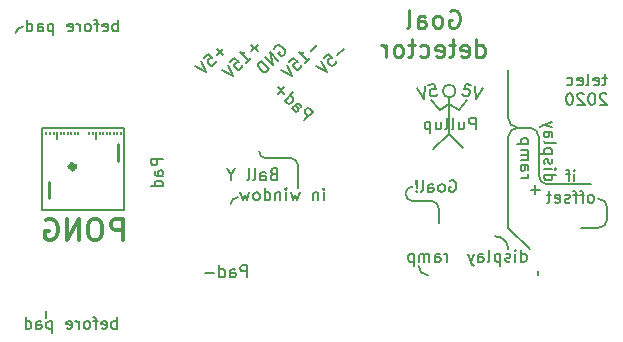
<source format=gbr>
G04 #@! TF.GenerationSoftware,KiCad,Pcbnew,(5.1.5)-3*
G04 #@! TF.CreationDate,2020-04-19T22:50:58+02:00*
G04 #@! TF.ProjectId,goal_detector,676f616c-5f64-4657-9465-63746f722e6b,rev?*
G04 #@! TF.SameCoordinates,PX101dfa0PY12b1280*
G04 #@! TF.FileFunction,Legend,Bot*
G04 #@! TF.FilePolarity,Positive*
%FSLAX46Y46*%
G04 Gerber Fmt 4.6, Leading zero omitted, Abs format (unit mm)*
G04 Created by KiCad (PCBNEW (5.1.5)-3) date 2020-04-19 22:50:58*
%MOMM*%
%LPD*%
G04 APERTURE LIST*
%ADD10C,0.150000*%
%ADD11C,0.250000*%
%ADD12C,0.500000*%
%ADD13C,0.350000*%
G04 APERTURE END LIST*
D10*
X37400000Y-8600000D02*
X36700000Y-7800000D01*
X38200000Y-8100000D02*
X37400000Y-8600000D01*
X39000000Y-8600000D02*
X39700000Y-7800000D01*
X38200000Y-8100000D02*
X39000000Y-8600000D01*
X38200000Y-10600000D02*
X39400000Y-11800000D01*
X38200000Y-10600000D02*
X36800000Y-11900000D01*
X38200000Y-7600000D02*
X38200000Y-10600000D01*
X38738516Y-7000000D02*
G75*
G03X38738516Y-7000000I-538516J0D01*
G01*
X40057748Y-6521741D02*
X39597783Y-6398494D01*
X39428540Y-6846134D01*
X39486861Y-6812462D01*
X39591178Y-6791115D01*
X39821161Y-6852739D01*
X39900829Y-6923385D01*
X39934501Y-6981706D01*
X39955848Y-7086024D01*
X39894224Y-7316006D01*
X39823578Y-7395674D01*
X39765257Y-7429346D01*
X39660939Y-7450693D01*
X39430957Y-7389069D01*
X39351289Y-7318423D01*
X39317617Y-7260102D01*
X40379723Y-6608014D02*
X40442879Y-7660213D01*
X41023674Y-6780560D01*
X40442857Y-10252380D02*
X40442857Y-9252380D01*
X40061904Y-9252380D01*
X39966666Y-9300000D01*
X39919047Y-9347619D01*
X39871428Y-9442857D01*
X39871428Y-9585714D01*
X39919047Y-9680952D01*
X39966666Y-9728571D01*
X40061904Y-9776190D01*
X40442857Y-9776190D01*
X39014285Y-9585714D02*
X39014285Y-10252380D01*
X39442857Y-9585714D02*
X39442857Y-10109523D01*
X39395238Y-10204761D01*
X39300000Y-10252380D01*
X39157142Y-10252380D01*
X39061904Y-10204761D01*
X39014285Y-10157142D01*
X38395238Y-10252380D02*
X38490476Y-10204761D01*
X38538095Y-10109523D01*
X38538095Y-9252380D01*
X37871428Y-10252380D02*
X37966666Y-10204761D01*
X38014285Y-10109523D01*
X38014285Y-9252380D01*
X37061904Y-9585714D02*
X37061904Y-10252380D01*
X37490476Y-9585714D02*
X37490476Y-10109523D01*
X37442857Y-10204761D01*
X37347619Y-10252380D01*
X37204761Y-10252380D01*
X37109523Y-10204761D01*
X37061904Y-10157142D01*
X36585714Y-9585714D02*
X36585714Y-10585714D01*
X36585714Y-9633333D02*
X36490476Y-9585714D01*
X36300000Y-9585714D01*
X36204761Y-9633333D01*
X36157142Y-9680952D01*
X36109523Y-9776190D01*
X36109523Y-10061904D01*
X36157142Y-10157142D01*
X36204761Y-10204761D01*
X36300000Y-10252380D01*
X36490476Y-10252380D01*
X36585714Y-10204761D01*
X48785714Y-14652380D02*
X48785714Y-13985714D01*
X48785714Y-13652380D02*
X48833333Y-13700000D01*
X48785714Y-13747619D01*
X48738095Y-13700000D01*
X48785714Y-13652380D01*
X48785714Y-13747619D01*
X48452380Y-13985714D02*
X48071428Y-13985714D01*
X48309523Y-14652380D02*
X48309523Y-13795238D01*
X48261904Y-13700000D01*
X48166666Y-13652380D01*
X48071428Y-13652380D01*
X45700000Y-22200000D02*
X45700000Y-22600000D01*
X43200000Y-18600000D02*
X45000000Y-20400000D01*
X43200000Y-10900000D02*
X43200000Y-18600000D01*
X43200000Y-9300000D02*
X43200000Y-5200000D01*
X44000000Y-10100000D02*
X45000000Y-10100000D01*
X44000000Y-10100000D02*
G75*
G03X43200000Y-10900000I0J-800000D01*
G01*
X44000000Y-10100000D02*
G75*
G02X43200000Y-9300000I0J800000D01*
G01*
X45000000Y-10100000D02*
G75*
G02X45800000Y-10900000I0J-800000D01*
G01*
X46247619Y-14076190D02*
X47247619Y-14076190D01*
X46295238Y-14076190D02*
X46247619Y-14171428D01*
X46247619Y-14361904D01*
X46295238Y-14457142D01*
X46342857Y-14504761D01*
X46438095Y-14552380D01*
X46723809Y-14552380D01*
X46819047Y-14504761D01*
X46866666Y-14457142D01*
X46914285Y-14361904D01*
X46914285Y-14171428D01*
X46866666Y-14076190D01*
X46247619Y-13600000D02*
X46914285Y-13600000D01*
X47247619Y-13600000D02*
X47200000Y-13647619D01*
X47152380Y-13600000D01*
X47200000Y-13552380D01*
X47247619Y-13600000D01*
X47152380Y-13600000D01*
X46295238Y-13171428D02*
X46247619Y-13076190D01*
X46247619Y-12885714D01*
X46295238Y-12790476D01*
X46390476Y-12742857D01*
X46438095Y-12742857D01*
X46533333Y-12790476D01*
X46580952Y-12885714D01*
X46580952Y-13028571D01*
X46628571Y-13123809D01*
X46723809Y-13171428D01*
X46771428Y-13171428D01*
X46866666Y-13123809D01*
X46914285Y-13028571D01*
X46914285Y-12885714D01*
X46866666Y-12790476D01*
X46914285Y-12314285D02*
X45914285Y-12314285D01*
X46866666Y-12314285D02*
X46914285Y-12219047D01*
X46914285Y-12028571D01*
X46866666Y-11933333D01*
X46819047Y-11885714D01*
X46723809Y-11838095D01*
X46438095Y-11838095D01*
X46342857Y-11885714D01*
X46295238Y-11933333D01*
X46247619Y-12028571D01*
X46247619Y-12219047D01*
X46295238Y-12314285D01*
X46247619Y-11266666D02*
X46295238Y-11361904D01*
X46390476Y-11409523D01*
X47247619Y-11409523D01*
X46247619Y-10457142D02*
X46771428Y-10457142D01*
X46866666Y-10504761D01*
X46914285Y-10600000D01*
X46914285Y-10790476D01*
X46866666Y-10885714D01*
X46295238Y-10457142D02*
X46247619Y-10552380D01*
X46247619Y-10790476D01*
X46295238Y-10885714D01*
X46390476Y-10933333D01*
X46485714Y-10933333D01*
X46580952Y-10885714D01*
X46628571Y-10790476D01*
X46628571Y-10552380D01*
X46676190Y-10457142D01*
X46914285Y-10076190D02*
X46247619Y-9838095D01*
X46914285Y-9600000D02*
X46247619Y-9838095D01*
X46009523Y-9933333D01*
X45961904Y-9980952D01*
X45914285Y-10076190D01*
X45800000Y-14200000D02*
X45800000Y-10900000D01*
X46500000Y-14900000D02*
X50200000Y-14900000D01*
X46500000Y-14900000D02*
G75*
G02X45800000Y-14200000I0J700000D01*
G01*
X50800000Y-18600000D02*
X49400000Y-18600000D01*
X51600000Y-16900000D02*
X51600000Y-17800000D01*
X51600000Y-17800000D02*
G75*
G02X50800000Y-18600000I-800000J0D01*
G01*
X50800000Y-16100000D02*
G75*
G02X51600000Y-16900000I0J-800000D01*
G01*
X44247619Y-14342857D02*
X44914285Y-14342857D01*
X44723809Y-14342857D02*
X44819047Y-14295238D01*
X44866666Y-14247619D01*
X44914285Y-14152380D01*
X44914285Y-14057142D01*
X44247619Y-13295238D02*
X44771428Y-13295238D01*
X44866666Y-13342857D01*
X44914285Y-13438095D01*
X44914285Y-13628571D01*
X44866666Y-13723809D01*
X44295238Y-13295238D02*
X44247619Y-13390476D01*
X44247619Y-13628571D01*
X44295238Y-13723809D01*
X44390476Y-13771428D01*
X44485714Y-13771428D01*
X44580952Y-13723809D01*
X44628571Y-13628571D01*
X44628571Y-13390476D01*
X44676190Y-13295238D01*
X44247619Y-12819047D02*
X44914285Y-12819047D01*
X44819047Y-12819047D02*
X44866666Y-12771428D01*
X44914285Y-12676190D01*
X44914285Y-12533333D01*
X44866666Y-12438095D01*
X44771428Y-12390476D01*
X44247619Y-12390476D01*
X44771428Y-12390476D02*
X44866666Y-12342857D01*
X44914285Y-12247619D01*
X44914285Y-12104761D01*
X44866666Y-12009523D01*
X44771428Y-11961904D01*
X44247619Y-11961904D01*
X44914285Y-11485714D02*
X43914285Y-11485714D01*
X44866666Y-11485714D02*
X44914285Y-11390476D01*
X44914285Y-11200000D01*
X44866666Y-11104761D01*
X44819047Y-11057142D01*
X44723809Y-11009523D01*
X44438095Y-11009523D01*
X44342857Y-11057142D01*
X44295238Y-11104761D01*
X44247619Y-11200000D01*
X44247619Y-11390476D01*
X44295238Y-11485714D01*
X45880952Y-15371428D02*
X45119047Y-15371428D01*
X45500000Y-15752380D02*
X45500000Y-14990476D01*
X50261904Y-16452380D02*
X50357142Y-16404761D01*
X50404761Y-16357142D01*
X50452380Y-16261904D01*
X50452380Y-15976190D01*
X50404761Y-15880952D01*
X50357142Y-15833333D01*
X50261904Y-15785714D01*
X50119047Y-15785714D01*
X50023809Y-15833333D01*
X49976190Y-15880952D01*
X49928571Y-15976190D01*
X49928571Y-16261904D01*
X49976190Y-16357142D01*
X50023809Y-16404761D01*
X50119047Y-16452380D01*
X50261904Y-16452380D01*
X49642857Y-15785714D02*
X49261904Y-15785714D01*
X49500000Y-16452380D02*
X49500000Y-15595238D01*
X49452380Y-15500000D01*
X49357142Y-15452380D01*
X49261904Y-15452380D01*
X49071428Y-15785714D02*
X48690476Y-15785714D01*
X48928571Y-16452380D02*
X48928571Y-15595238D01*
X48880952Y-15500000D01*
X48785714Y-15452380D01*
X48690476Y-15452380D01*
X48404761Y-16404761D02*
X48309523Y-16452380D01*
X48119047Y-16452380D01*
X48023809Y-16404761D01*
X47976190Y-16309523D01*
X47976190Y-16261904D01*
X48023809Y-16166666D01*
X48119047Y-16119047D01*
X48261904Y-16119047D01*
X48357142Y-16071428D01*
X48404761Y-15976190D01*
X48404761Y-15928571D01*
X48357142Y-15833333D01*
X48261904Y-15785714D01*
X48119047Y-15785714D01*
X48023809Y-15833333D01*
X47166666Y-16404761D02*
X47261904Y-16452380D01*
X47452380Y-16452380D01*
X47547619Y-16404761D01*
X47595238Y-16309523D01*
X47595238Y-15928571D01*
X47547619Y-15833333D01*
X47452380Y-15785714D01*
X47261904Y-15785714D01*
X47166666Y-15833333D01*
X47119047Y-15928571D01*
X47119047Y-16023809D01*
X47595238Y-16119047D01*
X46833333Y-15785714D02*
X46452380Y-15785714D01*
X46690476Y-15452380D02*
X46690476Y-16309523D01*
X46642857Y-16404761D01*
X46547619Y-16452380D01*
X46452380Y-16452380D01*
X26996362Y-3104652D02*
X26457614Y-3643400D01*
X26019881Y-4619881D02*
X26423942Y-4215820D01*
X26221912Y-4417851D02*
X25514805Y-3710744D01*
X25683164Y-3744416D01*
X25817851Y-3744416D01*
X25918866Y-3710744D01*
X24673011Y-4552538D02*
X25009729Y-4215820D01*
X25380118Y-4518866D01*
X25312774Y-4518866D01*
X25211759Y-4552538D01*
X25043400Y-4720896D01*
X25009729Y-4821912D01*
X25009729Y-4889255D01*
X25043400Y-4990270D01*
X25211759Y-5158629D01*
X25312774Y-5192301D01*
X25380118Y-5192301D01*
X25481133Y-5158629D01*
X25649492Y-4990270D01*
X25683164Y-4889255D01*
X25683164Y-4821912D01*
X24437309Y-4788240D02*
X24908713Y-5731049D01*
X23965904Y-5259644D01*
X23385194Y-3407698D02*
X23418866Y-3306683D01*
X23519881Y-3205668D01*
X23654568Y-3138324D01*
X23789255Y-3138324D01*
X23890270Y-3171996D01*
X24058629Y-3273011D01*
X24159644Y-3374026D01*
X24260660Y-3542385D01*
X24294331Y-3643400D01*
X24294331Y-3778087D01*
X24226988Y-3912774D01*
X24159644Y-3980118D01*
X24024957Y-4047461D01*
X23957614Y-4047461D01*
X23721912Y-3811759D01*
X23856599Y-3677072D01*
X23721912Y-4417851D02*
X23014805Y-3710744D01*
X23317851Y-4821912D01*
X22610744Y-4114805D01*
X22981133Y-5158629D02*
X22274026Y-4451522D01*
X22105668Y-4619881D01*
X22038324Y-4754568D01*
X22038324Y-4889255D01*
X22071996Y-4990270D01*
X22173011Y-5158629D01*
X22274026Y-5259644D01*
X22442385Y-5360660D01*
X22543400Y-5394331D01*
X22678087Y-5394331D01*
X22812774Y-5326988D01*
X22981133Y-5158629D01*
X19059644Y-3441370D02*
X18520896Y-3980118D01*
X19059644Y-3980118D02*
X18520896Y-3441370D01*
X17409729Y-4215820D02*
X17746446Y-3879103D01*
X18116835Y-4182148D01*
X18049492Y-4182148D01*
X17948477Y-4215820D01*
X17780118Y-4384179D01*
X17746446Y-4485194D01*
X17746446Y-4552538D01*
X17780118Y-4653553D01*
X17948477Y-4821912D01*
X18049492Y-4855583D01*
X18116835Y-4855583D01*
X18217851Y-4821912D01*
X18386209Y-4653553D01*
X18419881Y-4552538D01*
X18419881Y-4485194D01*
X17174026Y-4451522D02*
X17645431Y-5394331D01*
X16702622Y-4922927D01*
X29259644Y-3441370D02*
X28720896Y-3980118D01*
X27609729Y-4215820D02*
X27946446Y-3879103D01*
X28316835Y-4182148D01*
X28249492Y-4182148D01*
X28148477Y-4215820D01*
X27980118Y-4384179D01*
X27946446Y-4485194D01*
X27946446Y-4552538D01*
X27980118Y-4653553D01*
X28148477Y-4821912D01*
X28249492Y-4855583D01*
X28316835Y-4855583D01*
X28417851Y-4821912D01*
X28586209Y-4653553D01*
X28619881Y-4552538D01*
X28619881Y-4485194D01*
X27374026Y-4451522D02*
X27845431Y-5394331D01*
X26902622Y-4922927D01*
X21996362Y-3104652D02*
X21457614Y-3643400D01*
X21996362Y-3643400D02*
X21457614Y-3104652D01*
X21019881Y-4619881D02*
X21423942Y-4215820D01*
X21221912Y-4417851D02*
X20514805Y-3710744D01*
X20683164Y-3744416D01*
X20817851Y-3744416D01*
X20918866Y-3710744D01*
X19673011Y-4552538D02*
X20009729Y-4215820D01*
X20380118Y-4518866D01*
X20312774Y-4518866D01*
X20211759Y-4552538D01*
X20043400Y-4720896D01*
X20009729Y-4821912D01*
X20009729Y-4889255D01*
X20043400Y-4990270D01*
X20211759Y-5158629D01*
X20312774Y-5192301D01*
X20380118Y-5192301D01*
X20481133Y-5158629D01*
X20649492Y-4990270D01*
X20683164Y-4889255D01*
X20683164Y-4821912D01*
X19437309Y-4788240D02*
X19908713Y-5731049D01*
X18965904Y-5259644D01*
X36400000Y-22600000D02*
G75*
G02X35600000Y-21800000I0J800000D01*
G01*
X38042857Y-21452380D02*
X38042857Y-20785714D01*
X38042857Y-20976190D02*
X37995238Y-20880952D01*
X37947619Y-20833333D01*
X37852380Y-20785714D01*
X37757142Y-20785714D01*
X36995238Y-21452380D02*
X36995238Y-20928571D01*
X37042857Y-20833333D01*
X37138095Y-20785714D01*
X37328571Y-20785714D01*
X37423809Y-20833333D01*
X36995238Y-21404761D02*
X37090476Y-21452380D01*
X37328571Y-21452380D01*
X37423809Y-21404761D01*
X37471428Y-21309523D01*
X37471428Y-21214285D01*
X37423809Y-21119047D01*
X37328571Y-21071428D01*
X37090476Y-21071428D01*
X36995238Y-21023809D01*
X36519047Y-21452380D02*
X36519047Y-20785714D01*
X36519047Y-20880952D02*
X36471428Y-20833333D01*
X36376190Y-20785714D01*
X36233333Y-20785714D01*
X36138095Y-20833333D01*
X36090476Y-20928571D01*
X36090476Y-21452380D01*
X36090476Y-20928571D02*
X36042857Y-20833333D01*
X35947619Y-20785714D01*
X35804761Y-20785714D01*
X35709523Y-20833333D01*
X35661904Y-20928571D01*
X35661904Y-21452380D01*
X35185714Y-20785714D02*
X35185714Y-21785714D01*
X35185714Y-20833333D02*
X35090476Y-20785714D01*
X34900000Y-20785714D01*
X34804761Y-20833333D01*
X34757142Y-20880952D01*
X34709523Y-20976190D01*
X34709523Y-21261904D01*
X34757142Y-21357142D01*
X34804761Y-21404761D01*
X34900000Y-21452380D01*
X35090476Y-21452380D01*
X35185714Y-21404761D01*
X36442251Y-6521741D02*
X36902216Y-6398494D01*
X37071459Y-6846134D01*
X37013138Y-6812462D01*
X36908821Y-6791115D01*
X36678838Y-6852739D01*
X36599170Y-6923385D01*
X36565498Y-6981706D01*
X36544151Y-7086024D01*
X36605775Y-7316006D01*
X36676421Y-7395674D01*
X36734742Y-7429346D01*
X36839060Y-7450693D01*
X37069042Y-7389069D01*
X37148710Y-7318423D01*
X37182382Y-7260102D01*
X36120276Y-6608014D02*
X36057120Y-7660213D01*
X35476325Y-6780560D01*
X42100000Y-19300000D02*
G75*
G02X43200000Y-20400000I0J-1100000D01*
G01*
X44276190Y-21452380D02*
X44276190Y-20452380D01*
X44276190Y-21404761D02*
X44371428Y-21452380D01*
X44561904Y-21452380D01*
X44657142Y-21404761D01*
X44704761Y-21357142D01*
X44752380Y-21261904D01*
X44752380Y-20976190D01*
X44704761Y-20880952D01*
X44657142Y-20833333D01*
X44561904Y-20785714D01*
X44371428Y-20785714D01*
X44276190Y-20833333D01*
X43800000Y-21452380D02*
X43800000Y-20785714D01*
X43800000Y-20452380D02*
X43847619Y-20500000D01*
X43800000Y-20547619D01*
X43752380Y-20500000D01*
X43800000Y-20452380D01*
X43800000Y-20547619D01*
X43371428Y-21404761D02*
X43276190Y-21452380D01*
X43085714Y-21452380D01*
X42990476Y-21404761D01*
X42942857Y-21309523D01*
X42942857Y-21261904D01*
X42990476Y-21166666D01*
X43085714Y-21119047D01*
X43228571Y-21119047D01*
X43323809Y-21071428D01*
X43371428Y-20976190D01*
X43371428Y-20928571D01*
X43323809Y-20833333D01*
X43228571Y-20785714D01*
X43085714Y-20785714D01*
X42990476Y-20833333D01*
X42514285Y-20785714D02*
X42514285Y-21785714D01*
X42514285Y-20833333D02*
X42419047Y-20785714D01*
X42228571Y-20785714D01*
X42133333Y-20833333D01*
X42085714Y-20880952D01*
X42038095Y-20976190D01*
X42038095Y-21261904D01*
X42085714Y-21357142D01*
X42133333Y-21404761D01*
X42228571Y-21452380D01*
X42419047Y-21452380D01*
X42514285Y-21404761D01*
X41466666Y-21452380D02*
X41561904Y-21404761D01*
X41609523Y-21309523D01*
X41609523Y-20452380D01*
X40657142Y-21452380D02*
X40657142Y-20928571D01*
X40704761Y-20833333D01*
X40800000Y-20785714D01*
X40990476Y-20785714D01*
X41085714Y-20833333D01*
X40657142Y-21404761D02*
X40752380Y-21452380D01*
X40990476Y-21452380D01*
X41085714Y-21404761D01*
X41133333Y-21309523D01*
X41133333Y-21214285D01*
X41085714Y-21119047D01*
X40990476Y-21071428D01*
X40752380Y-21071428D01*
X40657142Y-21023809D01*
X40276190Y-20785714D02*
X40038095Y-21452380D01*
X39800000Y-20785714D02*
X40038095Y-21452380D01*
X40133333Y-21690476D01*
X40180952Y-21738095D01*
X40276190Y-21785714D01*
X36700000Y-16300000D02*
G75*
G02X37300000Y-16900000I0J-600000D01*
G01*
X37300000Y-18200000D02*
X37300000Y-16900000D01*
X35050173Y-16297927D02*
X36700000Y-16297927D01*
X35050173Y-16297927D02*
G75*
G02X34500000Y-15700000I49827J597927D01*
G01*
X34502073Y-15650173D02*
G75*
G02X35100000Y-15100000I597927J-49827D01*
G01*
X38242857Y-14600000D02*
X38338095Y-14552380D01*
X38480952Y-14552380D01*
X38623809Y-14600000D01*
X38719047Y-14695238D01*
X38766666Y-14790476D01*
X38814285Y-14980952D01*
X38814285Y-15123809D01*
X38766666Y-15314285D01*
X38719047Y-15409523D01*
X38623809Y-15504761D01*
X38480952Y-15552380D01*
X38385714Y-15552380D01*
X38242857Y-15504761D01*
X38195238Y-15457142D01*
X38195238Y-15123809D01*
X38385714Y-15123809D01*
X37623809Y-15552380D02*
X37719047Y-15504761D01*
X37766666Y-15457142D01*
X37814285Y-15361904D01*
X37814285Y-15076190D01*
X37766666Y-14980952D01*
X37719047Y-14933333D01*
X37623809Y-14885714D01*
X37480952Y-14885714D01*
X37385714Y-14933333D01*
X37338095Y-14980952D01*
X37290476Y-15076190D01*
X37290476Y-15361904D01*
X37338095Y-15457142D01*
X37385714Y-15504761D01*
X37480952Y-15552380D01*
X37623809Y-15552380D01*
X36433333Y-15552380D02*
X36433333Y-15028571D01*
X36480952Y-14933333D01*
X36576190Y-14885714D01*
X36766666Y-14885714D01*
X36861904Y-14933333D01*
X36433333Y-15504761D02*
X36528571Y-15552380D01*
X36766666Y-15552380D01*
X36861904Y-15504761D01*
X36909523Y-15409523D01*
X36909523Y-15314285D01*
X36861904Y-15219047D01*
X36766666Y-15171428D01*
X36528571Y-15171428D01*
X36433333Y-15123809D01*
X35814285Y-15552380D02*
X35909523Y-15504761D01*
X35957142Y-15409523D01*
X35957142Y-14552380D01*
X35433333Y-15457142D02*
X35385714Y-15504761D01*
X35433333Y-15552380D01*
X35480952Y-15504761D01*
X35433333Y-15457142D01*
X35433333Y-15552380D01*
X35433333Y-15171428D02*
X35480952Y-14600000D01*
X35433333Y-14552380D01*
X35385714Y-14600000D01*
X35433333Y-15171428D01*
X35433333Y-14552380D01*
X4100000Y-25600000D02*
X4100000Y-26200000D01*
X10057142Y-27152380D02*
X10057142Y-26152380D01*
X10057142Y-26533333D02*
X9961904Y-26485714D01*
X9771428Y-26485714D01*
X9676190Y-26533333D01*
X9628571Y-26580952D01*
X9580952Y-26676190D01*
X9580952Y-26961904D01*
X9628571Y-27057142D01*
X9676190Y-27104761D01*
X9771428Y-27152380D01*
X9961904Y-27152380D01*
X10057142Y-27104761D01*
X8771428Y-27104761D02*
X8866666Y-27152380D01*
X9057142Y-27152380D01*
X9152380Y-27104761D01*
X9200000Y-27009523D01*
X9200000Y-26628571D01*
X9152380Y-26533333D01*
X9057142Y-26485714D01*
X8866666Y-26485714D01*
X8771428Y-26533333D01*
X8723809Y-26628571D01*
X8723809Y-26723809D01*
X9200000Y-26819047D01*
X8438095Y-26485714D02*
X8057142Y-26485714D01*
X8295238Y-27152380D02*
X8295238Y-26295238D01*
X8247619Y-26200000D01*
X8152380Y-26152380D01*
X8057142Y-26152380D01*
X7580952Y-27152380D02*
X7676190Y-27104761D01*
X7723809Y-27057142D01*
X7771428Y-26961904D01*
X7771428Y-26676190D01*
X7723809Y-26580952D01*
X7676190Y-26533333D01*
X7580952Y-26485714D01*
X7438095Y-26485714D01*
X7342857Y-26533333D01*
X7295238Y-26580952D01*
X7247619Y-26676190D01*
X7247619Y-26961904D01*
X7295238Y-27057142D01*
X7342857Y-27104761D01*
X7438095Y-27152380D01*
X7580952Y-27152380D01*
X6819047Y-27152380D02*
X6819047Y-26485714D01*
X6819047Y-26676190D02*
X6771428Y-26580952D01*
X6723809Y-26533333D01*
X6628571Y-26485714D01*
X6533333Y-26485714D01*
X5819047Y-27104761D02*
X5914285Y-27152380D01*
X6104761Y-27152380D01*
X6200000Y-27104761D01*
X6247619Y-27009523D01*
X6247619Y-26628571D01*
X6200000Y-26533333D01*
X6104761Y-26485714D01*
X5914285Y-26485714D01*
X5819047Y-26533333D01*
X5771428Y-26628571D01*
X5771428Y-26723809D01*
X6247619Y-26819047D01*
X4580952Y-26485714D02*
X4580952Y-27485714D01*
X4580952Y-26533333D02*
X4485714Y-26485714D01*
X4295238Y-26485714D01*
X4200000Y-26533333D01*
X4152380Y-26580952D01*
X4104761Y-26676190D01*
X4104761Y-26961904D01*
X4152380Y-27057142D01*
X4200000Y-27104761D01*
X4295238Y-27152380D01*
X4485714Y-27152380D01*
X4580952Y-27104761D01*
X3247619Y-27152380D02*
X3247619Y-26628571D01*
X3295238Y-26533333D01*
X3390476Y-26485714D01*
X3580952Y-26485714D01*
X3676190Y-26533333D01*
X3247619Y-27104761D02*
X3342857Y-27152380D01*
X3580952Y-27152380D01*
X3676190Y-27104761D01*
X3723809Y-27009523D01*
X3723809Y-26914285D01*
X3676190Y-26819047D01*
X3580952Y-26771428D01*
X3342857Y-26771428D01*
X3247619Y-26723809D01*
X2342857Y-27152380D02*
X2342857Y-26152380D01*
X2342857Y-27104761D02*
X2438095Y-27152380D01*
X2628571Y-27152380D01*
X2723809Y-27104761D01*
X2771428Y-27057142D01*
X2819047Y-26961904D01*
X2819047Y-26676190D01*
X2771428Y-26580952D01*
X2723809Y-26533333D01*
X2628571Y-26485714D01*
X2438095Y-26485714D01*
X2342857Y-26533333D01*
X1500000Y-2100000D02*
G75*
G02X2097927Y-1549827I597927J-49827D01*
G01*
X10157142Y-1952380D02*
X10157142Y-952380D01*
X10157142Y-1333333D02*
X10061904Y-1285714D01*
X9871428Y-1285714D01*
X9776190Y-1333333D01*
X9728571Y-1380952D01*
X9680952Y-1476190D01*
X9680952Y-1761904D01*
X9728571Y-1857142D01*
X9776190Y-1904761D01*
X9871428Y-1952380D01*
X10061904Y-1952380D01*
X10157142Y-1904761D01*
X8871428Y-1904761D02*
X8966666Y-1952380D01*
X9157142Y-1952380D01*
X9252380Y-1904761D01*
X9300000Y-1809523D01*
X9300000Y-1428571D01*
X9252380Y-1333333D01*
X9157142Y-1285714D01*
X8966666Y-1285714D01*
X8871428Y-1333333D01*
X8823809Y-1428571D01*
X8823809Y-1523809D01*
X9300000Y-1619047D01*
X8538095Y-1285714D02*
X8157142Y-1285714D01*
X8395238Y-1952380D02*
X8395238Y-1095238D01*
X8347619Y-1000000D01*
X8252380Y-952380D01*
X8157142Y-952380D01*
X7680952Y-1952380D02*
X7776190Y-1904761D01*
X7823809Y-1857142D01*
X7871428Y-1761904D01*
X7871428Y-1476190D01*
X7823809Y-1380952D01*
X7776190Y-1333333D01*
X7680952Y-1285714D01*
X7538095Y-1285714D01*
X7442857Y-1333333D01*
X7395238Y-1380952D01*
X7347619Y-1476190D01*
X7347619Y-1761904D01*
X7395238Y-1857142D01*
X7442857Y-1904761D01*
X7538095Y-1952380D01*
X7680952Y-1952380D01*
X6919047Y-1952380D02*
X6919047Y-1285714D01*
X6919047Y-1476190D02*
X6871428Y-1380952D01*
X6823809Y-1333333D01*
X6728571Y-1285714D01*
X6633333Y-1285714D01*
X5919047Y-1904761D02*
X6014285Y-1952380D01*
X6204761Y-1952380D01*
X6300000Y-1904761D01*
X6347619Y-1809523D01*
X6347619Y-1428571D01*
X6300000Y-1333333D01*
X6204761Y-1285714D01*
X6014285Y-1285714D01*
X5919047Y-1333333D01*
X5871428Y-1428571D01*
X5871428Y-1523809D01*
X6347619Y-1619047D01*
X4680952Y-1285714D02*
X4680952Y-2285714D01*
X4680952Y-1333333D02*
X4585714Y-1285714D01*
X4395238Y-1285714D01*
X4300000Y-1333333D01*
X4252380Y-1380952D01*
X4204761Y-1476190D01*
X4204761Y-1761904D01*
X4252380Y-1857142D01*
X4300000Y-1904761D01*
X4395238Y-1952380D01*
X4585714Y-1952380D01*
X4680952Y-1904761D01*
X3347619Y-1952380D02*
X3347619Y-1428571D01*
X3395238Y-1333333D01*
X3490476Y-1285714D01*
X3680952Y-1285714D01*
X3776190Y-1333333D01*
X3347619Y-1904761D02*
X3442857Y-1952380D01*
X3680952Y-1952380D01*
X3776190Y-1904761D01*
X3823809Y-1809523D01*
X3823809Y-1714285D01*
X3776190Y-1619047D01*
X3680952Y-1571428D01*
X3442857Y-1571428D01*
X3347619Y-1523809D01*
X2442857Y-1952380D02*
X2442857Y-952380D01*
X2442857Y-1904761D02*
X2538095Y-1952380D01*
X2728571Y-1952380D01*
X2823809Y-1904761D01*
X2871428Y-1857142D01*
X2919047Y-1761904D01*
X2919047Y-1476190D01*
X2871428Y-1380952D01*
X2823809Y-1333333D01*
X2728571Y-1285714D01*
X2538095Y-1285714D01*
X2442857Y-1333333D01*
X25400000Y-13300000D02*
X25400000Y-15200000D01*
X24849827Y-12702073D02*
G75*
G02X25400000Y-13300000I-49827J-597927D01*
G01*
X22650173Y-12697927D02*
X24800000Y-12700000D01*
X22650173Y-12697927D02*
G75*
G02X22100000Y-12100000I49827J597927D01*
G01*
X19700000Y-16550173D02*
G75*
G02X20297927Y-16000000I597927J-49827D01*
G01*
X27576190Y-16252380D02*
X27576190Y-15585714D01*
X27576190Y-15252380D02*
X27623809Y-15300000D01*
X27576190Y-15347619D01*
X27528571Y-15300000D01*
X27576190Y-15252380D01*
X27576190Y-15347619D01*
X27100000Y-15585714D02*
X27100000Y-16252380D01*
X27100000Y-15680952D02*
X27052380Y-15633333D01*
X26957142Y-15585714D01*
X26814285Y-15585714D01*
X26719047Y-15633333D01*
X26671428Y-15728571D01*
X26671428Y-16252380D01*
X25528571Y-15585714D02*
X25338095Y-16252380D01*
X25147619Y-15776190D01*
X24957142Y-16252380D01*
X24766666Y-15585714D01*
X24385714Y-16252380D02*
X24385714Y-15585714D01*
X24385714Y-15252380D02*
X24433333Y-15300000D01*
X24385714Y-15347619D01*
X24338095Y-15300000D01*
X24385714Y-15252380D01*
X24385714Y-15347619D01*
X23909523Y-15585714D02*
X23909523Y-16252380D01*
X23909523Y-15680952D02*
X23861904Y-15633333D01*
X23766666Y-15585714D01*
X23623809Y-15585714D01*
X23528571Y-15633333D01*
X23480952Y-15728571D01*
X23480952Y-16252380D01*
X22576190Y-16252380D02*
X22576190Y-15252380D01*
X22576190Y-16204761D02*
X22671428Y-16252380D01*
X22861904Y-16252380D01*
X22957142Y-16204761D01*
X23004761Y-16157142D01*
X23052380Y-16061904D01*
X23052380Y-15776190D01*
X23004761Y-15680952D01*
X22957142Y-15633333D01*
X22861904Y-15585714D01*
X22671428Y-15585714D01*
X22576190Y-15633333D01*
X21957142Y-16252380D02*
X22052380Y-16204761D01*
X22100000Y-16157142D01*
X22147619Y-16061904D01*
X22147619Y-15776190D01*
X22100000Y-15680952D01*
X22052380Y-15633333D01*
X21957142Y-15585714D01*
X21814285Y-15585714D01*
X21719047Y-15633333D01*
X21671428Y-15680952D01*
X21623809Y-15776190D01*
X21623809Y-16061904D01*
X21671428Y-16157142D01*
X21719047Y-16204761D01*
X21814285Y-16252380D01*
X21957142Y-16252380D01*
X21290476Y-15585714D02*
X21100000Y-16252380D01*
X20909523Y-15776190D01*
X20719047Y-16252380D01*
X20528571Y-15585714D01*
X21085714Y-22752380D02*
X21085714Y-21752380D01*
X20704761Y-21752380D01*
X20609523Y-21800000D01*
X20561904Y-21847619D01*
X20514285Y-21942857D01*
X20514285Y-22085714D01*
X20561904Y-22180952D01*
X20609523Y-22228571D01*
X20704761Y-22276190D01*
X21085714Y-22276190D01*
X19657142Y-22752380D02*
X19657142Y-22228571D01*
X19704761Y-22133333D01*
X19800000Y-22085714D01*
X19990476Y-22085714D01*
X20085714Y-22133333D01*
X19657142Y-22704761D02*
X19752380Y-22752380D01*
X19990476Y-22752380D01*
X20085714Y-22704761D01*
X20133333Y-22609523D01*
X20133333Y-22514285D01*
X20085714Y-22419047D01*
X19990476Y-22371428D01*
X19752380Y-22371428D01*
X19657142Y-22323809D01*
X18752380Y-22752380D02*
X18752380Y-21752380D01*
X18752380Y-22704761D02*
X18847619Y-22752380D01*
X19038095Y-22752380D01*
X19133333Y-22704761D01*
X19180952Y-22657142D01*
X19228571Y-22561904D01*
X19228571Y-22276190D01*
X19180952Y-22180952D01*
X19133333Y-22133333D01*
X19038095Y-22085714D01*
X18847619Y-22085714D01*
X18752380Y-22133333D01*
X18276190Y-22371428D02*
X17514285Y-22371428D01*
X25942809Y-9482572D02*
X26649915Y-8775465D01*
X26380541Y-8506091D01*
X26279526Y-8472419D01*
X26212183Y-8472419D01*
X26111167Y-8506091D01*
X26010152Y-8607106D01*
X25976480Y-8708122D01*
X25976480Y-8775465D01*
X26010152Y-8876480D01*
X26279526Y-9145854D01*
X24932656Y-8472419D02*
X25303045Y-8102030D01*
X25404061Y-8068358D01*
X25505076Y-8102030D01*
X25639763Y-8236717D01*
X25673435Y-8337732D01*
X24966328Y-8438748D02*
X25000000Y-8539763D01*
X25168358Y-8708122D01*
X25269374Y-8741793D01*
X25370389Y-8708122D01*
X25437732Y-8640778D01*
X25471404Y-8539763D01*
X25437732Y-8438748D01*
X25269374Y-8270389D01*
X25235702Y-8169374D01*
X24292893Y-7832656D02*
X25000000Y-7125549D01*
X24326564Y-7798984D02*
X24360236Y-7900000D01*
X24494923Y-8034687D01*
X24595938Y-8068358D01*
X24663282Y-8068358D01*
X24764297Y-8034687D01*
X24966328Y-7832656D01*
X25000000Y-7731641D01*
X25000000Y-7664297D01*
X24966328Y-7563282D01*
X24831641Y-7428595D01*
X24730625Y-7394923D01*
X24225549Y-7226564D02*
X23686801Y-6687816D01*
X23686801Y-7226564D02*
X24225549Y-6687816D01*
X13952380Y-12733333D02*
X12952380Y-12733333D01*
X12952380Y-13114285D01*
X13000000Y-13209523D01*
X13047619Y-13257142D01*
X13142857Y-13304761D01*
X13285714Y-13304761D01*
X13380952Y-13257142D01*
X13428571Y-13209523D01*
X13476190Y-13114285D01*
X13476190Y-12733333D01*
X13952380Y-14161904D02*
X13428571Y-14161904D01*
X13333333Y-14114285D01*
X13285714Y-14019047D01*
X13285714Y-13828571D01*
X13333333Y-13733333D01*
X13904761Y-14161904D02*
X13952380Y-14066666D01*
X13952380Y-13828571D01*
X13904761Y-13733333D01*
X13809523Y-13685714D01*
X13714285Y-13685714D01*
X13619047Y-13733333D01*
X13571428Y-13828571D01*
X13571428Y-14066666D01*
X13523809Y-14161904D01*
X13952380Y-15066666D02*
X12952380Y-15066666D01*
X13904761Y-15066666D02*
X13952380Y-14971428D01*
X13952380Y-14780952D01*
X13904761Y-14685714D01*
X13857142Y-14638095D01*
X13761904Y-14590476D01*
X13476190Y-14590476D01*
X13380952Y-14638095D01*
X13333333Y-14685714D01*
X13285714Y-14780952D01*
X13285714Y-14971428D01*
X13333333Y-15066666D01*
X23314285Y-14028571D02*
X23171428Y-14076190D01*
X23123809Y-14123809D01*
X23076190Y-14219047D01*
X23076190Y-14361904D01*
X23123809Y-14457142D01*
X23171428Y-14504761D01*
X23266666Y-14552380D01*
X23647619Y-14552380D01*
X23647619Y-13552380D01*
X23314285Y-13552380D01*
X23219047Y-13600000D01*
X23171428Y-13647619D01*
X23123809Y-13742857D01*
X23123809Y-13838095D01*
X23171428Y-13933333D01*
X23219047Y-13980952D01*
X23314285Y-14028571D01*
X23647619Y-14028571D01*
X22219047Y-14552380D02*
X22219047Y-14028571D01*
X22266666Y-13933333D01*
X22361904Y-13885714D01*
X22552380Y-13885714D01*
X22647619Y-13933333D01*
X22219047Y-14504761D02*
X22314285Y-14552380D01*
X22552380Y-14552380D01*
X22647619Y-14504761D01*
X22695238Y-14409523D01*
X22695238Y-14314285D01*
X22647619Y-14219047D01*
X22552380Y-14171428D01*
X22314285Y-14171428D01*
X22219047Y-14123809D01*
X21600000Y-14552380D02*
X21695238Y-14504761D01*
X21742857Y-14409523D01*
X21742857Y-13552380D01*
X21076190Y-14552380D02*
X21171428Y-14504761D01*
X21219047Y-14409523D01*
X21219047Y-13552380D01*
X19742857Y-14076190D02*
X19742857Y-14552380D01*
X20076190Y-13552380D02*
X19742857Y-14076190D01*
X19409523Y-13552380D01*
X7700000Y-10600000D02*
X7700000Y-10500000D01*
X9200000Y-10600000D02*
X9200000Y-10500000D01*
X10400000Y-10600000D02*
X10400000Y-10500000D01*
X8300000Y-11100000D02*
X8300000Y-10500000D01*
X9800000Y-10600000D02*
X9800000Y-10500000D01*
X8000000Y-10600000D02*
X8000000Y-10500000D01*
X8600000Y-10600000D02*
X8600000Y-10500000D01*
X8900000Y-10600000D02*
X8900000Y-10500000D01*
X10100000Y-10600000D02*
X10100000Y-10500000D01*
X9500000Y-10600000D02*
X9500000Y-10500000D01*
X6800000Y-10500000D02*
X6800000Y-10600000D01*
X6500000Y-10500000D02*
X6500000Y-10600000D01*
X6200000Y-10500000D02*
X6200000Y-10600000D01*
X5900000Y-10500000D02*
X5900000Y-10600000D01*
X5600000Y-10500000D02*
X5600000Y-10600000D01*
X5300000Y-10500000D02*
X5300000Y-10600000D01*
X5000000Y-10500000D02*
X5000000Y-11100000D01*
X4700000Y-10500000D02*
X4700000Y-10600000D01*
X4400000Y-10500000D02*
X4400000Y-10600000D01*
X4100000Y-10500000D02*
X4100000Y-10600000D01*
D11*
X10200000Y-12900000D02*
X10200000Y-11500000D01*
D10*
X3700000Y-17100000D02*
X3700000Y-10100000D01*
X3700000Y-17100000D02*
X10700000Y-17100000D01*
X10700000Y-17100000D02*
X10700000Y-10100000D01*
X3700000Y-10100000D02*
X10700000Y-10100000D01*
D12*
X6473205Y-13400000D02*
G75*
G03X6473205Y-13400000I-173205J0D01*
G01*
D11*
X4300000Y-16100000D02*
X4300000Y-14700000D01*
D10*
X51538095Y-5860714D02*
X51157142Y-5860714D01*
X51395238Y-5527380D02*
X51395238Y-6384523D01*
X51347619Y-6479761D01*
X51252380Y-6527380D01*
X51157142Y-6527380D01*
X50442857Y-6479761D02*
X50538095Y-6527380D01*
X50728571Y-6527380D01*
X50823809Y-6479761D01*
X50871428Y-6384523D01*
X50871428Y-6003571D01*
X50823809Y-5908333D01*
X50728571Y-5860714D01*
X50538095Y-5860714D01*
X50442857Y-5908333D01*
X50395238Y-6003571D01*
X50395238Y-6098809D01*
X50871428Y-6194047D01*
X49823809Y-6527380D02*
X49919047Y-6479761D01*
X49966666Y-6384523D01*
X49966666Y-5527380D01*
X49061904Y-6479761D02*
X49157142Y-6527380D01*
X49347619Y-6527380D01*
X49442857Y-6479761D01*
X49490476Y-6384523D01*
X49490476Y-6003571D01*
X49442857Y-5908333D01*
X49347619Y-5860714D01*
X49157142Y-5860714D01*
X49061904Y-5908333D01*
X49014285Y-6003571D01*
X49014285Y-6098809D01*
X49490476Y-6194047D01*
X48157142Y-6479761D02*
X48252380Y-6527380D01*
X48442857Y-6527380D01*
X48538095Y-6479761D01*
X48585714Y-6432142D01*
X48633333Y-6336904D01*
X48633333Y-6051190D01*
X48585714Y-5955952D01*
X48538095Y-5908333D01*
X48442857Y-5860714D01*
X48252380Y-5860714D01*
X48157142Y-5908333D01*
X51514285Y-7272619D02*
X51466666Y-7225000D01*
X51371428Y-7177380D01*
X51133333Y-7177380D01*
X51038095Y-7225000D01*
X50990476Y-7272619D01*
X50942857Y-7367857D01*
X50942857Y-7463095D01*
X50990476Y-7605952D01*
X51561904Y-8177380D01*
X50942857Y-8177380D01*
X50323809Y-7177380D02*
X50228571Y-7177380D01*
X50133333Y-7225000D01*
X50085714Y-7272619D01*
X50038095Y-7367857D01*
X49990476Y-7558333D01*
X49990476Y-7796428D01*
X50038095Y-7986904D01*
X50085714Y-8082142D01*
X50133333Y-8129761D01*
X50228571Y-8177380D01*
X50323809Y-8177380D01*
X50419047Y-8129761D01*
X50466666Y-8082142D01*
X50514285Y-7986904D01*
X50561904Y-7796428D01*
X50561904Y-7558333D01*
X50514285Y-7367857D01*
X50466666Y-7272619D01*
X50419047Y-7225000D01*
X50323809Y-7177380D01*
X49609523Y-7272619D02*
X49561904Y-7225000D01*
X49466666Y-7177380D01*
X49228571Y-7177380D01*
X49133333Y-7225000D01*
X49085714Y-7272619D01*
X49038095Y-7367857D01*
X49038095Y-7463095D01*
X49085714Y-7605952D01*
X49657142Y-8177380D01*
X49038095Y-8177380D01*
X48419047Y-7177380D02*
X48323809Y-7177380D01*
X48228571Y-7225000D01*
X48180952Y-7272619D01*
X48133333Y-7367857D01*
X48085714Y-7558333D01*
X48085714Y-7796428D01*
X48133333Y-7986904D01*
X48180952Y-8082142D01*
X48228571Y-8129761D01*
X48323809Y-8177380D01*
X48419047Y-8177380D01*
X48514285Y-8129761D01*
X48561904Y-8082142D01*
X48609523Y-7986904D01*
X48657142Y-7796428D01*
X48657142Y-7558333D01*
X48609523Y-7367857D01*
X48561904Y-7272619D01*
X48514285Y-7225000D01*
X48419047Y-7177380D01*
D13*
X10557142Y-19614285D02*
X10557142Y-17814285D01*
X9871428Y-17814285D01*
X9700000Y-17900000D01*
X9614285Y-17985714D01*
X9528571Y-18157142D01*
X9528571Y-18414285D01*
X9614285Y-18585714D01*
X9700000Y-18671428D01*
X9871428Y-18757142D01*
X10557142Y-18757142D01*
X8414285Y-17814285D02*
X8071428Y-17814285D01*
X7900000Y-17900000D01*
X7728571Y-18071428D01*
X7642857Y-18414285D01*
X7642857Y-19014285D01*
X7728571Y-19357142D01*
X7900000Y-19528571D01*
X8071428Y-19614285D01*
X8414285Y-19614285D01*
X8585714Y-19528571D01*
X8757142Y-19357142D01*
X8842857Y-19014285D01*
X8842857Y-18414285D01*
X8757142Y-18071428D01*
X8585714Y-17900000D01*
X8414285Y-17814285D01*
X6871428Y-19614285D02*
X6871428Y-17814285D01*
X5842857Y-19614285D01*
X5842857Y-17814285D01*
X4042857Y-17900000D02*
X4214285Y-17814285D01*
X4471428Y-17814285D01*
X4728571Y-17900000D01*
X4900000Y-18071428D01*
X4985714Y-18242857D01*
X5071428Y-18585714D01*
X5071428Y-18842857D01*
X4985714Y-19185714D01*
X4900000Y-19357142D01*
X4728571Y-19528571D01*
X4471428Y-19614285D01*
X4300000Y-19614285D01*
X4042857Y-19528571D01*
X3957142Y-19442857D01*
X3957142Y-18842857D01*
X4300000Y-18842857D01*
D11*
X38257142Y-200000D02*
X38400000Y-128571D01*
X38614285Y-128571D01*
X38828571Y-200000D01*
X38971428Y-342857D01*
X39042857Y-485714D01*
X39114285Y-771428D01*
X39114285Y-985714D01*
X39042857Y-1271428D01*
X38971428Y-1414285D01*
X38828571Y-1557142D01*
X38614285Y-1628571D01*
X38471428Y-1628571D01*
X38257142Y-1557142D01*
X38185714Y-1485714D01*
X38185714Y-985714D01*
X38471428Y-985714D01*
X37328571Y-1628571D02*
X37471428Y-1557142D01*
X37542857Y-1485714D01*
X37614285Y-1342857D01*
X37614285Y-914285D01*
X37542857Y-771428D01*
X37471428Y-700000D01*
X37328571Y-628571D01*
X37114285Y-628571D01*
X36971428Y-700000D01*
X36900000Y-771428D01*
X36828571Y-914285D01*
X36828571Y-1342857D01*
X36900000Y-1485714D01*
X36971428Y-1557142D01*
X37114285Y-1628571D01*
X37328571Y-1628571D01*
X35542857Y-1628571D02*
X35542857Y-842857D01*
X35614285Y-700000D01*
X35757142Y-628571D01*
X36042857Y-628571D01*
X36185714Y-700000D01*
X35542857Y-1557142D02*
X35685714Y-1628571D01*
X36042857Y-1628571D01*
X36185714Y-1557142D01*
X36257142Y-1414285D01*
X36257142Y-1271428D01*
X36185714Y-1128571D01*
X36042857Y-1057142D01*
X35685714Y-1057142D01*
X35542857Y-985714D01*
X34614285Y-1628571D02*
X34757142Y-1557142D01*
X34828571Y-1414285D01*
X34828571Y-128571D01*
X40507142Y-4128571D02*
X40507142Y-2628571D01*
X40507142Y-4057142D02*
X40650000Y-4128571D01*
X40935714Y-4128571D01*
X41078571Y-4057142D01*
X41150000Y-3985714D01*
X41221428Y-3842857D01*
X41221428Y-3414285D01*
X41150000Y-3271428D01*
X41078571Y-3200000D01*
X40935714Y-3128571D01*
X40650000Y-3128571D01*
X40507142Y-3200000D01*
X39221428Y-4057142D02*
X39364285Y-4128571D01*
X39650000Y-4128571D01*
X39792857Y-4057142D01*
X39864285Y-3914285D01*
X39864285Y-3342857D01*
X39792857Y-3200000D01*
X39650000Y-3128571D01*
X39364285Y-3128571D01*
X39221428Y-3200000D01*
X39150000Y-3342857D01*
X39150000Y-3485714D01*
X39864285Y-3628571D01*
X38721428Y-3128571D02*
X38150000Y-3128571D01*
X38507142Y-2628571D02*
X38507142Y-3914285D01*
X38435714Y-4057142D01*
X38292857Y-4128571D01*
X38150000Y-4128571D01*
X37078571Y-4057142D02*
X37221428Y-4128571D01*
X37507142Y-4128571D01*
X37650000Y-4057142D01*
X37721428Y-3914285D01*
X37721428Y-3342857D01*
X37650000Y-3200000D01*
X37507142Y-3128571D01*
X37221428Y-3128571D01*
X37078571Y-3200000D01*
X37007142Y-3342857D01*
X37007142Y-3485714D01*
X37721428Y-3628571D01*
X35721428Y-4057142D02*
X35864285Y-4128571D01*
X36150000Y-4128571D01*
X36292857Y-4057142D01*
X36364285Y-3985714D01*
X36435714Y-3842857D01*
X36435714Y-3414285D01*
X36364285Y-3271428D01*
X36292857Y-3200000D01*
X36150000Y-3128571D01*
X35864285Y-3128571D01*
X35721428Y-3200000D01*
X35292857Y-3128571D02*
X34721428Y-3128571D01*
X35078571Y-2628571D02*
X35078571Y-3914285D01*
X35007142Y-4057142D01*
X34864285Y-4128571D01*
X34721428Y-4128571D01*
X34007142Y-4128571D02*
X34150000Y-4057142D01*
X34221428Y-3985714D01*
X34292857Y-3842857D01*
X34292857Y-3414285D01*
X34221428Y-3271428D01*
X34150000Y-3200000D01*
X34007142Y-3128571D01*
X33792857Y-3128571D01*
X33650000Y-3200000D01*
X33578571Y-3271428D01*
X33507142Y-3414285D01*
X33507142Y-3842857D01*
X33578571Y-3985714D01*
X33650000Y-4057142D01*
X33792857Y-4128571D01*
X34007142Y-4128571D01*
X32864285Y-4128571D02*
X32864285Y-3128571D01*
X32864285Y-3414285D02*
X32792857Y-3271428D01*
X32721428Y-3200000D01*
X32578571Y-3128571D01*
X32435714Y-3128571D01*
M02*

</source>
